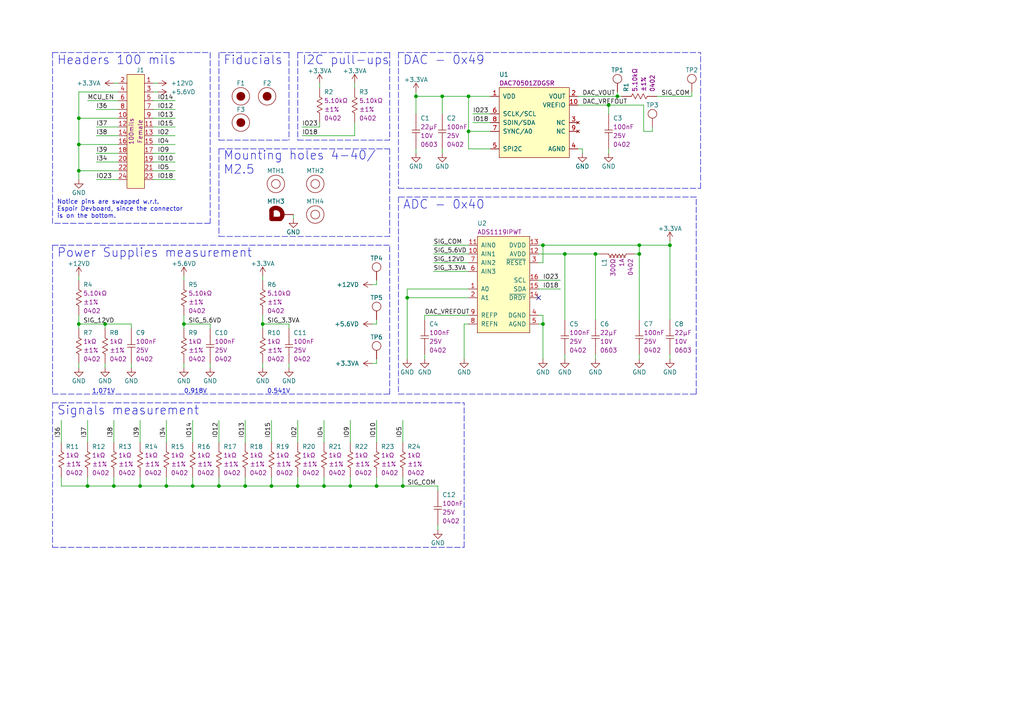
<source format=kicad_sch>
(kicad_sch (version 20211123) (generator eeschema)
  (paper "A4")
  (title_block (title "${title}") (date "${year}-${month}-${day}") (rev "${rev}") (company "${company}") (comment 1 "${author}"))
  (junction (at 135.89 27.94))
  (junction (at 135.89 38.1))
  (junction (at 71.12 140.97))
  (junction (at 128.27 27.94))
  (junction (at 185.42 71.12))
  (junction (at 157.48 71.12))
  (junction (at 76.2 93.98))
  (junction (at 22.86 93.98))
  (junction (at 172.72 73.66))
  (junction (at 40.64 140.97))
  (junction (at 118.11 86.36))
  (junction (at 86.36 140.97))
  (junction (at 48.26 140.97))
  (junction (at 25.4 140.97))
  (junction (at 78.74 140.97))
  (junction (at 53.34 93.98))
  (junction (at 194.31 71.12))
  (junction (at 163.83 73.66))
  (junction (at 33.02 140.97))
  (junction (at 63.5 140.97))
  (junction (at 93.98 140.97))
  (junction (at 30.48 93.98))
  (junction (at 22.86 49.53))
  (junction (at 22.86 41.91))
  (junction (at 157.48 93.98))
  (junction (at 22.86 34.29))
  (junction (at 55.88 140.97))
  (junction (at 179.07 27.94))
  (junction (at 185.42 73.66))
  (junction (at 116.84 140.97))
  (junction (at 101.6 140.97))
  (junction (at 176.53 30.48))
  (junction (at 109.22 140.97))
  (junction (at 120.65 27.94))
  (no_connect (at 156.21 86.36))
  (wire (pts (xy 109.22 104.14) (xy 109.22 105.41)))
  (wire (pts (xy 179.07 27.94) (xy 180.34 27.94)))
  (wire (pts (xy 44.45 29.21) (xy 50.8 29.21)))
  (wire (pts (xy 27.94 39.37) (xy 34.29 39.37)))
  (wire (pts (xy 134.62 93.98) (xy 134.62 104.14)))
  (wire (pts (xy 78.74 121.92) (xy 78.74 128.27)))
  (wire (pts (xy 53.34 91.44) (xy 53.34 93.98)))
  (wire (pts (xy 107.95 105.41) (xy 109.22 105.41)))
  (wire (pts (xy 116.84 121.92) (xy 116.84 128.27)))
  (wire (pts (xy 109.22 138.43) (xy 109.22 140.97)))
  (wire (pts (xy 156.21 71.12) (xy 157.48 71.12)))
  (wire (pts (xy 137.16 33.02) (xy 142.24 33.02)))
  (wire (pts (xy 167.64 30.48) (xy 176.53 30.48)))
  (wire (pts (xy 156.21 81.28) (xy 162.56 81.28)))
  (wire (pts (xy 156.21 91.44) (xy 157.48 91.44)))
  (wire (pts (xy 33.02 24.13) (xy 34.29 24.13)))
  (wire (pts (xy 190.5 27.94) (xy 200.66 27.94)))
  (wire (pts (xy 87.63 39.37) (xy 102.87 39.37)))
  (wire (pts (xy 22.86 105.41) (xy 22.86 106.68)))
  (wire (pts (xy 184.15 73.66) (xy 185.42 73.66)))
  (wire (pts (xy 27.94 31.75) (xy 34.29 31.75)))
  (wire (pts (xy 92.71 24.13) (xy 92.71 25.4)))
  (polyline (pts (xy 86.36 40.64) (xy 113.03 40.64)))
  (wire (pts (xy 137.16 35.56) (xy 142.24 35.56)))
  (wire (pts (xy 135.89 38.1) (xy 142.24 38.1)))
  (wire (pts (xy 107.95 82.55) (xy 109.22 82.55)))
  (wire (pts (xy 172.72 73.66) (xy 173.99 73.66)))
  (polyline (pts (xy 63.5 15.24) (xy 63.5 40.64)))
  (wire (pts (xy 22.86 49.53) (xy 34.29 49.53)))
  (polyline (pts (xy 203.2 54.61) (xy 203.2 15.24)))
  (polyline (pts (xy 201.93 114.3) (xy 201.93 57.15)))
  (polyline (pts (xy 15.24 15.24) (xy 15.24 64.77)))
  (wire (pts (xy 102.87 24.13) (xy 102.87 25.4)))
  (wire (pts (xy 44.45 39.37) (xy 50.8 39.37)))
  (wire (pts (xy 128.27 27.94) (xy 120.65 27.94)))
  (polyline (pts (xy 113.03 114.3) (xy 113.03 71.12)))
  (wire (pts (xy 156.21 83.82) (xy 162.56 83.82)))
  (wire (pts (xy 22.86 49.53) (xy 22.86 41.91)))
  (wire (pts (xy 135.89 38.1) (xy 135.89 27.94)))
  (wire (pts (xy 38.1 105.41) (xy 38.1 106.68)))
  (wire (pts (xy 48.26 138.43) (xy 48.26 140.97)))
  (wire (pts (xy 44.45 49.53) (xy 50.8 49.53)))
  (wire (pts (xy 33.02 138.43) (xy 33.02 140.97)))
  (wire (pts (xy 40.64 121.92) (xy 40.64 128.27)))
  (wire (pts (xy 120.65 27.94) (xy 120.65 33.02)))
  (wire (pts (xy 76.2 80.01) (xy 76.2 81.28)))
  (wire (pts (xy 38.1 93.98) (xy 38.1 95.25)))
  (wire (pts (xy 156.21 76.2) (xy 157.48 76.2)))
  (wire (pts (xy 109.22 140.97) (xy 116.84 140.97)))
  (wire (pts (xy 128.27 27.94) (xy 128.27 33.02)))
  (polyline (pts (xy 60.96 64.77) (xy 15.24 64.77)))
  (wire (pts (xy 125.73 78.74) (xy 135.89 78.74)))
  (wire (pts (xy 63.5 140.97) (xy 71.12 140.97)))
  (wire (pts (xy 27.94 44.45) (xy 34.29 44.45)))
  (wire (pts (xy 22.86 34.29) (xy 22.86 26.67)))
  (wire (pts (xy 156.21 73.66) (xy 163.83 73.66)))
  (polyline (pts (xy 113.03 15.24) (xy 86.36 15.24)))
  (polyline (pts (xy 115.57 15.24) (xy 203.2 15.24)))
  (polyline (pts (xy 15.24 71.12) (xy 15.24 114.3)))
  (wire (pts (xy 27.94 46.99) (xy 34.29 46.99)))
  (wire (pts (xy 194.31 69.85) (xy 194.31 71.12)))
  (polyline (pts (xy 15.24 71.12) (xy 113.03 71.12)))
  (wire (pts (xy 186.69 38.1) (xy 186.69 30.48)))
  (wire (pts (xy 27.94 52.07) (xy 34.29 52.07)))
  (wire (pts (xy 157.48 93.98) (xy 157.48 104.14)))
  (wire (pts (xy 172.72 92.71) (xy 172.72 73.66)))
  (wire (pts (xy 127 140.97) (xy 127 142.24)))
  (wire (pts (xy 135.89 86.36) (xy 118.11 86.36)))
  (wire (pts (xy 168.91 43.18) (xy 168.91 44.45)))
  (wire (pts (xy 55.88 121.92) (xy 55.88 128.27)))
  (wire (pts (xy 194.31 92.71) (xy 194.31 71.12)))
  (wire (pts (xy 125.73 71.12) (xy 135.89 71.12)))
  (wire (pts (xy 135.89 43.18) (xy 142.24 43.18)))
  (wire (pts (xy 53.34 93.98) (xy 53.34 95.25)))
  (wire (pts (xy 22.86 91.44) (xy 22.86 93.98)))
  (polyline (pts (xy 134.62 158.75) (xy 134.62 116.84)))
  (polyline (pts (xy 83.82 15.24) (xy 83.82 40.64)))
  (wire (pts (xy 125.73 73.66) (xy 135.89 73.66)))
  (wire (pts (xy 116.84 140.97) (xy 127 140.97)))
  (polyline (pts (xy 113.03 43.18) (xy 113.03 68.58)))
  (wire (pts (xy 185.42 73.66) (xy 185.42 92.71)))
  (wire (pts (xy 125.73 76.2) (xy 135.89 76.2)))
  (wire (pts (xy 17.78 121.92) (xy 17.78 128.27)))
  (polyline (pts (xy 86.36 15.24) (xy 86.36 40.64)))
  (wire (pts (xy 176.53 43.18) (xy 176.53 44.45)))
  (wire (pts (xy 40.64 138.43) (xy 40.64 140.97)))
  (polyline (pts (xy 15.24 15.24) (xy 60.96 15.24)))
  (wire (pts (xy 25.4 140.97) (xy 33.02 140.97)))
  (wire (pts (xy 55.88 140.97) (xy 63.5 140.97)))
  (wire (pts (xy 123.19 91.44) (xy 135.89 91.44)))
  (wire (pts (xy 71.12 121.92) (xy 71.12 128.27)))
  (polyline (pts (xy 15.24 114.3) (xy 113.03 114.3)))
  (wire (pts (xy 101.6 121.92) (xy 101.6 128.27)))
  (wire (pts (xy 157.48 91.44) (xy 157.48 93.98)))
  (wire (pts (xy 44.45 31.75) (xy 50.8 31.75)))
  (wire (pts (xy 53.34 105.41) (xy 53.34 106.68)))
  (wire (pts (xy 123.19 91.44) (xy 123.19 92.71)))
  (wire (pts (xy 53.34 93.98) (xy 60.96 93.98)))
  (wire (pts (xy 44.45 44.45) (xy 50.8 44.45)))
  (wire (pts (xy 22.86 34.29) (xy 22.86 41.91)))
  (wire (pts (xy 17.78 140.97) (xy 25.4 140.97)))
  (polyline (pts (xy 83.82 15.24) (xy 63.5 15.24)))
  (polyline (pts (xy 115.57 15.24) (xy 115.57 54.61)))
  (wire (pts (xy 76.2 105.41) (xy 76.2 106.68)))
  (wire (pts (xy 172.72 102.87) (xy 172.72 104.14)))
  (wire (pts (xy 22.86 34.29) (xy 34.29 34.29)))
  (wire (pts (xy 76.2 93.98) (xy 83.82 93.98)))
  (wire (pts (xy 120.65 43.18) (xy 120.65 44.45)))
  (polyline (pts (xy 115.57 57.15) (xy 115.57 114.3)))
  (wire (pts (xy 93.98 121.92) (xy 93.98 128.27)))
  (wire (pts (xy 86.36 140.97) (xy 93.98 140.97)))
  (polyline (pts (xy 63.5 68.58) (xy 113.03 68.58)))
  (wire (pts (xy 163.83 73.66) (xy 163.83 92.71)))
  (wire (pts (xy 189.23 38.1) (xy 186.69 38.1)))
  (wire (pts (xy 17.78 138.43) (xy 17.78 140.97)))
  (wire (pts (xy 86.36 138.43) (xy 86.36 140.97)))
  (wire (pts (xy 101.6 138.43) (xy 101.6 140.97)))
  (polyline (pts (xy 201.93 57.15) (xy 115.57 57.15)))
  (polyline (pts (xy 63.5 40.64) (xy 83.82 40.64)))
  (wire (pts (xy 142.24 27.94) (xy 135.89 27.94)))
  (wire (pts (xy 120.65 26.67) (xy 120.65 27.94)))
  (wire (pts (xy 44.45 52.07) (xy 50.8 52.07)))
  (wire (pts (xy 44.45 46.99) (xy 50.8 46.99)))
  (wire (pts (xy 93.98 138.43) (xy 93.98 140.97)))
  (polyline (pts (xy 15.24 158.75) (xy 134.62 158.75)))
  (wire (pts (xy 156.21 93.98) (xy 157.48 93.98)))
  (wire (pts (xy 200.66 26.67) (xy 200.66 27.94)))
  (wire (pts (xy 78.74 138.43) (xy 78.74 140.97)))
  (wire (pts (xy 92.71 35.56) (xy 92.71 36.83)))
  (wire (pts (xy 123.19 102.87) (xy 123.19 104.14)))
  (wire (pts (xy 167.64 43.18) (xy 168.91 43.18)))
  (wire (pts (xy 71.12 140.97) (xy 78.74 140.97)))
  (wire (pts (xy 22.86 26.67) (xy 34.29 26.67)))
  (polyline (pts (xy 15.24 116.84) (xy 134.62 116.84)))
  (wire (pts (xy 172.72 73.66) (xy 163.83 73.66)))
  (wire (pts (xy 44.45 41.91) (xy 50.8 41.91)))
  (wire (pts (xy 135.89 93.98) (xy 134.62 93.98)))
  (wire (pts (xy 194.31 102.87) (xy 194.31 104.14)))
  (wire (pts (xy 60.96 93.98) (xy 60.96 95.25)))
  (wire (pts (xy 127 152.4) (xy 127 153.67)))
  (wire (pts (xy 102.87 35.56) (xy 102.87 39.37)))
  (wire (pts (xy 176.53 30.48) (xy 176.53 33.02)))
  (wire (pts (xy 107.95 93.98) (xy 109.22 93.98)))
  (polyline (pts (xy 63.5 43.18) (xy 63.5 68.58)))
  (wire (pts (xy 118.11 86.36) (xy 118.11 104.14)))
  (wire (pts (xy 118.11 83.82) (xy 118.11 86.36)))
  (wire (pts (xy 22.86 80.01) (xy 22.86 81.28)))
  (wire (pts (xy 25.4 121.92) (xy 25.4 128.27)))
  (wire (pts (xy 22.86 49.53) (xy 22.86 52.07)))
  (wire (pts (xy 167.64 27.94) (xy 179.07 27.94)))
  (wire (pts (xy 116.84 138.43) (xy 116.84 140.97)))
  (wire (pts (xy 185.42 102.87) (xy 185.42 104.14)))
  (wire (pts (xy 83.82 105.41) (xy 83.82 106.68)))
  (wire (pts (xy 87.63 36.83) (xy 92.71 36.83)))
  (wire (pts (xy 83.82 93.98) (xy 83.82 95.25)))
  (wire (pts (xy 30.48 93.98) (xy 38.1 93.98)))
  (wire (pts (xy 44.45 36.83) (xy 50.8 36.83)))
  (wire (pts (xy 135.89 83.82) (xy 118.11 83.82)))
  (wire (pts (xy 85.09 62.23) (xy 85.09 63.5)))
  (wire (pts (xy 63.5 121.92) (xy 63.5 128.27)))
  (wire (pts (xy 76.2 93.98) (xy 76.2 95.25)))
  (wire (pts (xy 63.5 138.43) (xy 63.5 140.97)))
  (wire (pts (xy 86.36 121.92) (xy 86.36 128.27)))
  (wire (pts (xy 128.27 43.18) (xy 128.27 44.45)))
  (wire (pts (xy 157.48 71.12) (xy 157.48 76.2)))
  (wire (pts (xy 44.45 34.29) (xy 50.8 34.29)))
  (polyline (pts (xy 15.24 116.84) (xy 15.24 158.75)))
  (wire (pts (xy 163.83 102.87) (xy 163.83 104.14)))
  (wire (pts (xy 93.98 140.97) (xy 101.6 140.97)))
  (wire (pts (xy 101.6 140.97) (xy 109.22 140.97)))
  (wire (pts (xy 22.86 93.98) (xy 30.48 93.98)))
  (wire (pts (xy 109.22 121.92) (xy 109.22 128.27)))
  (polyline (pts (xy 63.5 43.18) (xy 113.03 43.18)))
  (wire (pts (xy 25.4 29.21) (xy 34.29 29.21)))
  (wire (pts (xy 157.48 71.12) (xy 185.42 71.12)))
  (wire (pts (xy 60.96 105.41) (xy 60.96 106.68)))
  (wire (pts (xy 40.64 140.97) (xy 48.26 140.97)))
  (wire (pts (xy 33.02 121.92) (xy 33.02 128.27)))
  (polyline (pts (xy 115.57 54.61) (xy 203.2 54.61)))
  (wire (pts (xy 76.2 91.44) (xy 76.2 93.98)))
  (wire (pts (xy 44.45 26.67) (xy 45.72 26.67)))
  (wire (pts (xy 22.86 41.91) (xy 34.29 41.91)))
  (wire (pts (xy 194.31 71.12) (xy 185.42 71.12)))
  (wire (pts (xy 109.22 82.55) (xy 109.22 81.28)))
  (polyline (pts (xy 115.57 114.3) (xy 201.93 114.3)))
  (wire (pts (xy 48.26 140.97) (xy 55.88 140.97)))
  (wire (pts (xy 48.26 121.92) (xy 48.26 128.27)))
  (wire (pts (xy 109.22 92.71) (xy 109.22 93.98)))
  (wire (pts (xy 45.72 24.13) (xy 44.45 24.13)))
  (wire (pts (xy 53.34 80.01) (xy 53.34 81.28)))
  (wire (pts (xy 22.86 95.25) (xy 22.86 93.98)))
  (polyline (pts (xy 60.96 15.24) (xy 60.96 64.77)))
  (wire (pts (xy 78.74 140.97) (xy 86.36 140.97)))
  (wire (pts (xy 25.4 138.43) (xy 25.4 140.97)))
  (wire (pts (xy 186.69 30.48) (xy 176.53 30.48)))
  (wire (pts (xy 30.48 105.41) (xy 30.48 106.68)))
  (wire (pts (xy 128.27 27.94) (xy 135.89 27.94)))
  (polyline (pts (xy 113.03 15.24) (xy 113.03 40.64)))
  (wire (pts (xy 135.89 43.18) (xy 135.89 38.1)))
  (wire (pts (xy 33.02 140.97) (xy 40.64 140.97)))
  (wire (pts (xy 185.42 71.12) (xy 185.42 73.66)))
  (wire (pts (xy 179.07 26.67) (xy 179.07 27.94)))
  (wire (pts (xy 30.48 93.98) (xy 30.48 95.25)))
  (wire (pts (xy 55.88 138.43) (xy 55.88 140.97)))
  (wire (pts (xy 189.23 36.83) (xy 189.23 38.1)))
  (wire (pts (xy 27.94 36.83) (xy 34.29 36.83)))
  (wire (pts (xy 71.12 138.43) (xy 71.12 140.97)))
  (text "0.918V" (at 53.34 114.3 0) (effects (font (size 1.27 1.27)) (justify left bottom)))
  (text "Fiducials" (at 64.77 19.05 0) (effects (font (size 2.54 2.54)) (justify left bottom)))
  (text "ADC - 0x40" (at 116.84 60.96 0) (effects (font (size 2.54 2.54)) (justify left bottom)))
  (text "Mounting holes 4-40/\nM2.5" (at 64.77 50.8 0) (effects (font (size 2.54 2.54)) (justify left bottom)))
  (text "Headers 100 mils" (at 16.51 19.05 0) (effects (font (size 2.54 2.54)) (justify left bottom)))
  (text "Notice pins are swapped w.r.t. \nEspoir Devboard, since the connector \nis on the bottom." (at 16.51 63.5 0) (effects (font (size 1.27 1.27)) (justify left bottom)))
  (text "1.071V" (at 26.67 114.3 0) (effects (font (size 1.27 1.27)) (justify left bottom)))
  (text "I2C pull-ups" (at 87.63 19.05 0) (effects (font (size 2.54 2.54)) (justify left bottom)))
  (text "DAC - 0x49" (at 116.84 19.05 0) (effects (font (size 2.54 2.54)) (justify left bottom)))
  (text "Power Supplies measurement" (at 16.51 74.93 0) (effects (font (size 2.54 2.54)) (justify left bottom)))
  (text "Signals measurement" (at 16.51 120.65 0) (effects (font (size 2.54 2.54)) (justify left bottom)))
  (text "0.541V" (at 77.47 114.3 0) (effects (font (size 1.27 1.27)) (justify left bottom)))
  (label "IO5" (at 116.84 127 90))
  (label "IO12" (at 63.5 127 90))
  (label "SIG_5.6VD" (at 54.61 93.98 0))
  (label "I37" (at 25.4 127 90))
  (label "I38" (at 27.94 39.37 0))
  (label "IO4" (at 93.98 127 90))
  (label "DAC_VREFOUT" (at 123.19 91.44 0))
  (label "IO9" (at 45.72 44.45 0))
  (label "IO4" (at 45.72 41.91 0))
  (label "SIG_COM" (at 118.11 140.97 0))
  (label "IO14" (at 45.72 29.21 0))
  (label "I39" (at 27.94 44.45 0))
  (label "IO18" (at 45.72 52.07 0))
  (label "IO23" (at 157.48 81.28 0))
  (label "IO18" (at 87.63 39.37 0))
  (label "IO14" (at 55.88 127 90))
  (label "IO2" (at 86.36 127 90))
  (label "IO15" (at 45.72 36.83 0))
  (label "IO13" (at 45.72 34.29 0))
  (label "IO12" (at 45.72 31.75 0))
  (label "IO18" (at 157.48 83.82 0))
  (label "SIG_COM" (at 125.73 71.12 0))
  (label "MCU_EN" (at 25.4 29.21 0))
  (label "IO2" (at 45.72 39.37 0))
  (label "I36" (at 27.94 31.75 0))
  (label "IO15" (at 78.74 127 90))
  (label "SIG_5.6VD" (at 125.73 73.66 0))
  (label "I34" (at 27.94 46.99 0))
  (label "SIG_COM" (at 191.77 27.94 0))
  (label "IO10" (at 45.72 46.99 0))
  (label "IO13" (at 71.12 127 90))
  (label "SIG_3.3VA" (at 125.73 78.74 0))
  (label "DAC_VOUT" (at 168.91 27.94 0))
  (label "I34" (at 48.26 127 90))
  (label "I37" (at 27.94 36.83 0))
  (label "IO9" (at 101.6 127 90))
  (label "SIG_12VD" (at 125.73 76.2 0))
  (label "IO10" (at 109.22 127 90))
  (label "IO23" (at 137.16 33.02 0))
  (label "I36" (at 17.78 127 90))
  (label "I39" (at 40.64 127 90))
  (label "IO18" (at 137.16 35.56 0))
  (label "DAC_VREFOUT" (at 168.91 30.48 0))
  (label "SIG_3.3VA" (at 77.47 93.98 0))
  (label "IO23" (at 87.63 36.83 0))
  (label "IO23" (at 27.94 52.07 0))
  (label "I38" (at 33.02 127 90))
  (label "SIG_12VD" (at 24.13 93.98 0))
  (label "IO5" (at 45.72 49.53 0))
  (symbol (lib_id "connaxio-capacitors:CAP_CER_100NF_25V_0402") (at 38.1 100.33 0) (unit 1)
    (property "Reference" "C9" (at 39.37 96.52 0) (effects (justify left)))
    (property "Value" "CAP_CER_100NF_25V_0402" (effects hide))
    (property "Footprint" "connaxio-capacitors:CAP_CER_0402_1005M" (effects hide))
    (property "Datasheet" "https://media.digikey.com/pdf/Data%20Sheets/Samsung%20PDFs/CL05A104KA5NNNC.pdf" (effects hide))
    (property "Property" "100nF" (at 39.37 99.06 0) (effects (justify left)))
    (property "Manufacturer" "Samsung Electro-Mechanics" (effects hide))
    (property "Manufacturer Part Number" "CL05A104KA5NNNC" (effects hide))
    (property "Package" "0402" (at 39.37 104.14 0) (effects (justify left)))
    (property "Polarized" "No" (effects hide))
    (property "Temperature" "-55°C to +85°C" (effects hide))
    (property "Tolerance" "±10%" (effects hide))
    (property "Voltage" "25V" (at 39.37 101.6 0) (effects (justify left)))
  )
  (symbol (lib_id "connaxio-resistors:RES_5.10KΩ_1%_0402") (at 76.2 86.36 0) (unit 1)
    (property "Reference" "R6" (at 77.47 82.55 0) (effects (justify left)))
    (property "Value" "RES_5.10KΩ_1%_0402" (effects hide))
    (property "Footprint" "connaxio-resistors:RES_0402_1005M" (effects hide))
    (property "Datasheet" "https://www.seielect.com/catalog/sei-rmcf_rmcp.pdf" (effects hide))
    (property "Manufacturer" "Stackpole Electronics Inc" (effects hide))
    (property "Manufacturer Part Number" "RMCF0402FT5K10" (effects hide))
    (property "Package" "0402" (at 77.47 90.17 0) (effects (justify left)))
    (property "Polarized" "No" (effects hide))
    (property "Power" "1/16W" (effects hide))
    (property "Property" "5.10kΩ" (at 77.47 85.09 0) (effects (justify left)))
    (property "Temperature" "-55°C to +155°C" (effects hide))
    (property "Tolerance" "±1%" (at 77.47 87.63 0) (effects (justify left)))
    (property "Voltage" "50V" (effects hide))
  )
  (symbol (lib_id "power:GND") (at 185.42 104.14 0) (unit 1)
    (property "Reference" "#PWR025" (effects hide))
    (property "Value" "GND" (at 185.42 107.95 0))
  )
  (symbol (lib_id "power:GND") (at 163.83 104.14 0) (unit 1)
    (property "Reference" "#PWR023" (effects hide))
    (property "Value" "GND" (at 163.83 107.95 0))
  )
  (symbol (lib_id "connaxio-capacitors:CAP_CER_22UF_10V_0603") (at 172.72 97.79 0) (unit 1)
    (property "Reference" "C6" (at 173.99 93.98 0) (effects (justify left)))
    (property "Value" "CAP_CER_22UF_10V_0603" (effects hide))
    (property "Footprint" "connaxio-capacitors:CAP_CER_0603_1608M" (effects hide))
    (property "Datasheet" "https://media.digikey.com/pdf/Data%20Sheets/Samsung%20PDFs/CL10A226MP8NUNC_Spec.pdf" (effects hide))
    (property "Property" "22µF" (at 173.99 96.52 0) (effects (justify left)))
    (property "Manufacturer" "Samsung Electro-Mechanics" (effects hide))
    (property "Manufacturer Part Number" "CL10A226MP8NUNE" (effects hide))
    (property "Package" "0603" (at 173.99 101.6 0) (effects (justify left)))
    (property "Polarized" "No" (effects hide))
    (property "Temperature" "-55°C to +85°C" (effects hide))
    (property "Tolerance" "±20%" (effects hide))
    (property "Voltage" "10V" (at 173.99 99.06 0) (effects (justify left)))
  )
  (symbol (lib_id "connaxio-resistors:RES_1.00KΩ_1%_0402") (at 116.84 133.35 0) (unit 1)
    (property "Reference" "R24" (at 118.11 129.54 0) (effects (justify left)))
    (property "Value" "RES_1.00KΩ_1%_0402" (effects hide))
    (property "Footprint" "connaxio-resistors:RES_0402_1005M" (effects hide))
    (property "Datasheet" "https://www.seielect.com/catalog/sei-rmcf_rmcp.pdf" (effects hide))
    (property "Manufacturer" "Stackpole Electronics Inc" (effects hide))
    (property "Manufacturer Part Number" "RMCF0402FT1K00" (effects hide))
    (property "Package" "0402" (at 118.11 137.16 0) (effects (justify left)))
    (property "Polarized" "No" (effects hide))
    (property "Power" "1/16W" (effects hide))
    (property "Property" "1kΩ" (at 118.11 132.08 0) (effects (justify left)))
    (property "Temperature" "-55°C to +155°C" (effects hide))
    (property "Tolerance" "±1%" (at 118.11 134.62 0) (effects (justify left)))
    (property "Voltage" "50V" (effects hide))
  )
  (symbol (lib_id "connaxio-resistors:RES_1.00KΩ_1%_0402") (at 25.4 133.35 0) (unit 1)
    (property "Reference" "R12" (at 26.67 129.54 0) (effects (justify left)))
    (property "Value" "RES_1.00KΩ_1%_0402" (effects hide))
    (property "Footprint" "connaxio-resistors:RES_0402_1005M" (effects hide))
    (property "Datasheet" "https://www.seielect.com/catalog/sei-rmcf_rmcp.pdf" (effects hide))
    (property "Manufacturer" "Stackpole Electronics Inc" (effects hide))
    (property "Manufacturer Part Number" "RMCF0402FT1K00" (effects hide))
    (property "Package" "0402" (at 26.67 137.16 0) (effects (justify left)))
    (property "Polarized" "No" (effects hide))
    (property "Power" "1/16W" (effects hide))
    (property "Property" "1kΩ" (at 26.67 132.08 0) (effects (justify left)))
    (property "Temperature" "-55°C to +155°C" (effects hide))
    (property "Tolerance" "±1%" (at 26.67 134.62 0) (effects (justify left)))
    (property "Voltage" "50V" (effects hide))
  )
  (symbol (lib_id "connaxio-capacitors:CAP_CER_100NF_25V_0402") (at 185.42 97.79 0) (unit 1)
    (property "Reference" "C7" (at 186.69 93.98 0) (effects (justify left)))
    (property "Value" "CAP_CER_100NF_25V_0402" (effects hide))
    (property "Footprint" "connaxio-capacitors:CAP_CER_0402_1005M" (effects hide))
    (property "Datasheet" "https://media.digikey.com/pdf/Data%20Sheets/Samsung%20PDFs/CL05A104KA5NNNC.pdf" (effects hide))
    (property "Property" "100nF" (at 186.69 96.52 0) (effects (justify left)))
    (property "Manufacturer" "Samsung Electro-Mechanics" (effects hide))
    (property "Manufacturer Part Number" "CL05A104KA5NNNC" (effects hide))
    (property "Package" "0402" (at 186.69 101.6 0) (effects (justify left)))
    (property "Polarized" "No" (effects hide))
    (property "Temperature" "-55°C to +85°C" (effects hide))
    (property "Tolerance" "±10%" (effects hide))
    (property "Voltage" "25V" (at 186.69 99.06 0) (effects (justify left)))
  )
  (symbol (lib_id "connaxio-resistors:RES_1.00KΩ_1%_0402") (at 33.02 133.35 0) (unit 1)
    (property "Reference" "R13" (at 34.29 129.54 0) (effects (justify left)))
    (property "Value" "RES_1.00KΩ_1%_0402" (effects hide))
    (property "Footprint" "connaxio-resistors:RES_0402_1005M" (effects hide))
    (property "Datasheet" "https://www.seielect.com/catalog/sei-rmcf_rmcp.pdf" (effects hide))
    (property "Manufacturer" "Stackpole Electronics Inc" (effects hide))
    (property "Manufacturer Part Number" "RMCF0402FT1K00" (effects hide))
    (property "Package" "0402" (at 34.29 137.16 0) (effects (justify left)))
    (property "Polarized" "No" (effects hide))
    (property "Power" "1/16W" (effects hide))
    (property "Property" "1kΩ" (at 34.29 132.08 0) (effects (justify left)))
    (property "Temperature" "-55°C to +155°C" (effects hide))
    (property "Tolerance" "±1%" (at 34.29 134.62 0) (effects (justify left)))
    (property "Voltage" "50V" (effects hide))
  )
  (symbol (lib_id "connaxio-ic:DAC_DAC70501ZDGSR") (at 144.78 25.4 0) (unit 1)
    (property "Reference" "U1" (at 144.78 21.59 0) (effects (justify left)))
    (property "Value" "DAC_DAC70501ZDGSR" (effects hide))
    (property "Footprint" "connaxio-sop:MSOP-10_3x3_P0.5" (effects hide))
    (property "Datasheet" "https://www.ti.com/general/docs/suppproductinfo.tsp?distId=10&gotoUrl=https%3A%2F%2Fwww.ti.com%2Flit%2Fgpn%2Fdac60501" (effects hide))
    (property "Current" "1mA" (effects hide))
    (property "Manufacturer" "Texas Instruments" (effects hide))
    (property "Manufacturer Part Number" "DAC70501ZDGSR" (at 144.78 24.13 0) (effects (justify left)))
    (property "Package" "10-MSOP" (effects hide))
    (property "Polarized" "Yes" (effects hide))
    (property "Power" "3.3mW" (effects hide))
    (property "RoHS" "Yes" (effects hide))
    (property "Temperature" "-40°C to +125°C" (effects hide))
    (property "Voltage" "2.7V to 5.5V" (effects hide))
  )
  (symbol (lib_id "connaxio-ic:ADC_ADS1119IPWT") (at 138.43 68.58 0) (unit 1)
    (property "Reference" "U2" (at 138.43 64.77 0) (effects (justify left)))
    (property "Value" "ADC_ADS1119IPWT" (effects hide))
    (property "Footprint" "connaxio-sop:TSSOP-16_4.4x5_P0.65" (effects hide))
    (property "Datasheet" "https://www.ti.com/lit/ds/symlink/ads1119.pdf?HQS=dis-dk-null-digikeymode-dsf-pf-null-wwe&ts=1642808460999&ref_url=https%253A%252F%252Fwww.ti.com%252Fgeneral%252Fdocs%252Fsuppproductinfo.tsp%253FdistId%253D10%2526gotoUrl%253Dhttps%253A%252F%252Fwww.ti.com%252Flit%252Fgpn%252Fads1119" (effects hide))
    (property "Current" "310μA" (effects hide))
    (property "Manufacturer" "Texas Instruments" (effects hide))
    (property "Manufacturer Part Number" "ADS1119IPWT" (at 138.43 67.31 0) (effects (justify left)))
    (property "Package" "16-TSSOP" (effects hide))
    (property "Polarized" "Yes" (effects hide))
    (property "Power" "1.04mW" (effects hide))
    (property "RoHS" "Yes" (effects hide))
    (property "Temperature" "-40°C to +125°C" (effects hide))
    (property "Voltage" "2.3V to 5.5V" (effects hide))
  )
  (symbol (lib_id "power:GND") (at 172.72 104.14 0) (unit 1)
    (property "Reference" "#PWR024" (effects hide))
    (property "Value" "GND" (at 172.72 107.95 0))
  )
  (symbol (lib_id "power:GND") (at 83.82 106.68 0) (unit 1)
    (property "Reference" "#PWR034" (effects hide))
    (property "Value" "GND" (at 83.82 110.49 0))
  )
  (symbol (lib_id "power:GND") (at 168.91 44.45 0) (unit 1)
    (property "Reference" "#PWR09" (effects hide))
    (property "Value" "GND" (at 168.91 48.26 0))
  )
  (symbol (lib_id "connaxio-mechanical:MTH_M2.5_NPTH") (at 91.44 62.23 0) (unit 1) (in_bom no)
    (property "Reference" "MTH4" (at 91.44 58.42 0))
    (property "Value" "MTH_M2.5_NPTH" (effects hide))
    (property "Footprint" "connaxio-mechanical:MTH_M2.5_NPTH" (effects hide))
    (property "Property" "2.7mm" (effects hide))
  )
  (symbol (lib_id "connaxio-connectors:CON_HDR_100MILS_F_TH_2X12") (at 41.91 21.59 0) (mirror y) (unit 1)
    (property "Reference" "J1" (at 41.91 20.32 0) (effects (justify left)))
    (property "Value" "CON_HDR_100MILS_F_TH_2X12" (effects hide))
    (property "Footprint" "connaxio-connectors:CON_HDR_100MILS_F_TH_2X12" (effects hide))
    (property "Current" "3A" (effects hide))
    (property "Polarized" "No" (effects hide))
    (property "Temperature" "-40°C to +105°C" (effects hide))
    (property "Property" "100mils" (at 38.1 38.1 90))
    (property "Voltage" "350V" (effects hide))
    (property "Note" "Female" (at 40.64 38.1 90))
    (property "Package" "TH" (effects hide))
  )
  (symbol (lib_id "connaxio-inductors:FER_300Ω_1A_0402") (at 179.07 73.66 90) (mirror x) (unit 1)
    (property "Reference" "L1" (at 175.26 74.93 0) (effects (justify left)))
    (property "Value" "FER_300Ω_1A_0402" (effects hide))
    (property "Footprint" "connaxio-inductors:IND_0402_1005M" (effects hide))
    (property "Datasheet" "https://abracon.com/Magnetics/chips/ACML-0402HC.pdf" (effects hide))
    (property "Manufacturer" "Abracon LLC" (effects hide))
    (property "Manufacturer Part Number" "ACML-0402HC-301-T" (effects hide))
    (property "Temperature" "-55°C to +125°C" (effects hide))
    (property "Current" "1A" (at 180.34 74.93 0) (effects (justify left)))
    (property "Property" "300Ω" (at 177.8 74.93 0) (effects (justify left)))
    (property "Package" "0402" (at 182.88 74.93 0) (effects (justify left)))
    (property "Polarized" "No" (effects hide))
  )
  (symbol (lib_id "connaxio-resistors:RES_1.00KΩ_1%_0402") (at 22.86 100.33 0) (unit 1)
    (property "Reference" "R7" (at 24.13 96.52 0) (effects (justify left)))
    (property "Value" "RES_1.00KΩ_1%_0402" (effects hide))
    (property "Footprint" "connaxio-resistors:RES_0402_1005M" (effects hide))
    (property "Datasheet" "https://www.seielect.com/catalog/sei-rmcf_rmcp.pdf" (effects hide))
    (property "Manufacturer" "Stackpole Electronics Inc" (effects hide))
    (property "Manufacturer Part Number" "RMCF0402FT1K00" (effects hide))
    (property "Package" "0402" (at 24.13 104.14 0) (effects (justify left)))
    (property "Polarized" "No" (effects hide))
    (property "Power" "1/16W" (effects hide))
    (property "Property" "1kΩ" (at 24.13 99.06 0) (effects (justify left)))
    (property "Temperature" "-55°C to +155°C" (effects hide))
    (property "Tolerance" "±1%" (at 24.13 101.6 0) (effects (justify left)))
    (property "Voltage" "50V" (effects hide))
  )
  (symbol (lib_id "connaxio-resistors:RES_1.00KΩ_1%_0402") (at 71.12 133.35 0) (unit 1)
    (property "Reference" "R18" (at 72.39 129.54 0) (effects (justify left)))
    (property "Value" "RES_1.00KΩ_1%_0402" (effects hide))
    (property "Footprint" "connaxio-resistors:RES_0402_1005M" (effects hide))
    (property "Datasheet" "https://www.seielect.com/catalog/sei-rmcf_rmcp.pdf" (effects hide))
    (property "Manufacturer" "Stackpole Electronics Inc" (effects hide))
    (property "Manufacturer Part Number" "RMCF0402FT1K00" (effects hide))
    (property "Package" "0402" (at 72.39 137.16 0) (effects (justify left)))
    (property "Polarized" "No" (effects hide))
    (property "Power" "1/16W" (effects hide))
    (property "Property" "1kΩ" (at 72.39 132.08 0) (effects (justify left)))
    (property "Temperature" "-55°C to +155°C" (effects hide))
    (property "Tolerance" "±1%" (at 72.39 134.62 0) (effects (justify left)))
    (property "Voltage" "50V" (effects hide))
  )
  (symbol (lib_id "connaxio-mechanical:TEST_POINT_ROUND_2MM") (at 109.22 81.28 0) (unit 1) (in_bom no)
    (property "Reference" "TP4" (at 109.22 74.93 0))
    (property "Value" "TEST_POINT_ROUND_2MM" (effects hide))
    (property "Footprint" "connaxio-mechanical:TEST_POINT_ROUND_2MM" (effects hide))
  )
  (symbol (lib_id "connaxio-power:+5.6VD") (at 45.72 26.67 270) (unit 1)
    (property "Reference" "#PWR05" (effects hide))
    (property "Value" "+5.6VD" (at 49.53 26.67 90) (effects (justify left)))
  )
  (symbol (lib_id "connaxio-power:+12VD") (at 107.95 82.55 90) (unit 1)
    (property "Reference" "#PWR017" (effects hide))
    (property "Value" "+12VD" (at 104.14 82.55 90) (effects (justify left)))
  )
  (symbol (lib_id "connaxio-mechanical:MTH_M2.5_NPTH") (at 91.44 53.34 0) (unit 1) (in_bom no)
    (property "Reference" "MTH2" (at 91.44 49.53 0))
    (property "Value" "MTH_M2.5_NPTH" (effects hide))
    (property "Footprint" "connaxio-mechanical:MTH_M2.5_NPTH" (effects hide))
    (property "Property" "2.7mm" (effects hide))
  )
  (symbol (lib_id "connaxio-mechanical:TEST_POINT_ROUND_2MM") (at 189.23 36.83 0) (unit 1) (in_bom no)
    (property "Reference" "TP3" (at 189.23 30.48 0))
    (property "Value" "TEST_POINT_ROUND_2MM" (effects hide))
    (property "Footprint" "connaxio-mechanical:TEST_POINT_ROUND_2MM" (effects hide))
  )
  (symbol (lib_id "power:GND") (at 176.53 44.45 0) (unit 1)
    (property "Reference" "#PWR010" (effects hide))
    (property "Value" "GND" (at 176.53 48.26 0))
  )
  (symbol (lib_id "connaxio-resistors:RES_1.00KΩ_1%_0402") (at 30.48 100.33 0) (unit 1)
    (property "Reference" "R8" (at 31.75 96.52 0) (effects (justify left)))
    (property "Value" "RES_1.00KΩ_1%_0402" (effects hide))
    (property "Footprint" "connaxio-resistors:RES_0402_1005M" (effects hide))
    (property "Datasheet" "https://www.seielect.com/catalog/sei-rmcf_rmcp.pdf" (effects hide))
    (property "Manufacturer" "Stackpole Electronics Inc" (effects hide))
    (property "Manufacturer Part Number" "RMCF0402FT1K00" (effects hide))
    (property "Package" "0402" (at 31.75 104.14 0) (effects (justify left)))
    (property "Polarized" "No" (effects hide))
    (property "Power" "1/16W" (effects hide))
    (property "Property" "1kΩ" (at 31.75 99.06 0) (effects (justify left)))
    (property "Temperature" "-55°C to +155°C" (effects hide))
    (property "Tolerance" "±1%" (at 31.75 101.6 0) (effects (justify left)))
    (property "Voltage" "50V" (effects hide))
  )
  (symbol (lib_id "power:GND") (at 53.34 106.68 0) (unit 1)
    (property "Reference" "#PWR031" (effects hide))
    (property "Value" "GND" (at 53.34 110.49 0))
  )
  (symbol (lib_id "connaxio-resistors:RES_5.10KΩ_1%_0402") (at 102.87 30.48 0) (unit 1)
    (property "Reference" "R3" (at 104.14 26.67 0) (effects (justify left)))
    (property "Value" "RES_5.10KΩ_1%_0402" (effects hide))
    (property "Footprint" "connaxio-resistors:RES_0402_1005M" (effects hide))
    (property "Datasheet" "https://www.seielect.com/catalog/sei-rmcf_rmcp.pdf" (effects hide))
    (property "Manufacturer" "Stackpole Electronics Inc" (effects hide))
    (property "Manufacturer Part Number" "RMCF0402FT5K10" (effects hide))
    (property "Package" "0402" (at 104.14 34.29 0) (effects (justify left)))
    (property "Polarized" "No" (effects hide))
    (property "Power" "1/16W" (effects hide))
    (property "Property" "5.10kΩ" (at 104.14 29.21 0) (effects (justify left)))
    (property "Temperature" "-55°C to +155°C" (effects hide))
    (property "Tolerance" "±1%" (at 104.14 31.75 0) (effects (justify left)))
    (property "Voltage" "50V" (effects hide))
  )
  (symbol (lib_id "connaxio-mechanical:FID_1X3") (at 69.85 27.94 0) (unit 1) (in_bom no)
    (property "Reference" "F1" (at 69.85 24.13 0))
    (property "Value" "FID_1X3" (effects hide))
    (property "Footprint" "connaxio-mechanical:FID_1X3" (effects hide))
  )
  (symbol (lib_id "connaxio-power:+12VD") (at 45.72 24.13 270) (unit 1)
    (property "Reference" "#PWR02" (effects hide))
    (property "Value" "+12VD" (at 49.53 24.13 90) (effects (justify left)))
  )
  (symbol (lib_id "power:GND") (at 128.27 44.45 0) (unit 1)
    (property "Reference" "#PWR08" (effects hide))
    (property "Value" "GND" (at 128.27 48.26 0))
  )
  (symbol (lib_id "connaxio-capacitors:CAP_CER_100NF_25V_0402") (at 128.27 38.1 0) (unit 1)
    (property "Reference" "C2" (at 129.54 34.29 0) (effects (justify left)))
    (property "Value" "CAP_CER_100NF_25V_0402" (effects hide))
    (property "Footprint" "connaxio-capacitors:CAP_CER_0402_1005M" (effects hide))
    (property "Datasheet" "https://media.digikey.com/pdf/Data%20Sheets/Samsung%20PDFs/CL05A104KA5NNNC.pdf" (effects hide))
    (property "Property" "100nF" (at 129.54 36.83 0) (effects (justify left)))
    (property "Manufacturer" "Samsung Electro-Mechanics" (effects hide))
    (property "Manufacturer Part Number" "CL05A104KA5NNNC" (effects hide))
    (property "Package" "0402" (at 129.54 41.91 0) (effects (justify left)))
    (property "Polarized" "No" (effects hide))
    (property "Temperature" "-55°C to +85°C" (effects hide))
    (property "Tolerance" "±10%" (effects hide))
    (property "Voltage" "25V" (at 129.54 39.37 0) (effects (justify left)))
  )
  (symbol (lib_id "power:+3.3VA") (at 107.95 105.41 90) (unit 1)
    (property "Reference" "#PWR027" (effects hide))
    (property "Value" "+3.3VA" (at 104.14 105.41 90) (effects (justify left)))
  )
  (symbol (lib_id "connaxio-capacitors:CAP_CER_22UF_10V_0603") (at 120.65 38.1 0) (unit 1)
    (property "Reference" "C1" (at 121.92 34.29 0) (effects (justify left)))
    (property "Value" "CAP_CER_22UF_10V_0603" (effects hide))
    (property "Footprint" "connaxio-capacitors:CAP_CER_0603_1608M" (effects hide))
    (property "Datasheet" "https://media.digikey.com/pdf/Data%20Sheets/Samsung%20PDFs/CL10A226MP8NUNC_Spec.pdf" (effects hide))
    (property "Property" "22µF" (at 121.92 36.83 0) (effects (justify left)))
    (property "Manufacturer" "Samsung Electro-Mechanics" (effects hide))
    (property "Manufacturer Part Number" "CL10A226MP8NUNE" (effects hide))
    (property "Package" "0603" (at 121.92 41.91 0) (effects (justify left)))
    (property "Polarized" "No" (effects hide))
    (property "Temperature" "-55°C to +85°C" (effects hide))
    (property "Tolerance" "±20%" (effects hide))
    (property "Voltage" "10V" (at 121.92 39.37 0) (effects (justify left)))
  )
  (symbol (lib_id "connaxio-mechanical:TEST_POINT_ROUND_2MM") (at 179.07 26.67 0) (unit 1) (in_bom no)
    (property "Reference" "TP1" (at 179.07 20.32 0))
    (property "Value" "TEST_POINT_ROUND_2MM" (effects hide))
    (property "Footprint" "connaxio-mechanical:TEST_POINT_ROUND_2MM" (effects hide))
  )
  (symbol (lib_id "power:GND") (at 30.48 106.68 0) (unit 1)
    (property "Reference" "#PWR029" (effects hide))
    (property "Value" "GND" (at 30.48 110.49 0))
  )
  (symbol (lib_id "connaxio-mechanical:TEST_POINT_ROUND_2MM") (at 109.22 92.71 0) (unit 1) (in_bom no)
    (property "Reference" "TP5" (at 109.22 86.36 0))
    (property "Value" "TEST_POINT_ROUND_2MM" (effects hide))
    (property "Footprint" "connaxio-mechanical:TEST_POINT_ROUND_2MM" (effects hide))
  )
  (symbol (lib_id "connaxio-power:+12VD") (at 22.86 80.01 0) (unit 1)
    (property "Reference" "#PWR014" (effects hide))
    (property "Value" "+12VD" (at 22.86 76.454 0))
  )
  (symbol (lib_id "connaxio-mechanical:FID_1X3") (at 77.47 27.94 0) (unit 1) (in_bom no)
    (property "Reference" "F2" (at 77.47 24.13 0))
    (property "Value" "FID_1X3" (effects hide))
    (property "Footprint" "connaxio-mechanical:FID_1X3" (effects hide))
  )
  (symbol (lib_id "connaxio-resistors:RES_5.10KΩ_1%_0402") (at 92.71 30.48 0) (unit 1)
    (property "Reference" "R2" (at 93.98 26.67 0) (effects (justify left)))
    (property "Value" "RES_5.10KΩ_1%_0402" (effects hide))
    (property "Footprint" "connaxio-resistors:RES_0402_1005M" (effects hide))
    (property "Datasheet" "https://www.seielect.com/catalog/sei-rmcf_rmcp.pdf" (effects hide))
    (property "Manufacturer" "Stackpole Electronics Inc" (effects hide))
    (property "Manufacturer Part Number" "RMCF0402FT5K10" (effects hide))
    (property "Package" "0402" (at 93.98 34.29 0) (effects (justify left)))
    (property "Polarized" "No" (effects hide))
    (property "Power" "1/16W" (effects hide))
    (property "Property" "5.10kΩ" (at 93.98 29.21 0) (effects (justify left)))
    (property "Temperature" "-55°C to +155°C" (effects hide))
    (property "Tolerance" "±1%" (at 93.98 31.75 0) (effects (justify left)))
    (property "Voltage" "50V" (effects hide))
  )
  (symbol (lib_id "power:GND") (at 127 153.67 0) (unit 1)
    (property "Reference" "#PWR035" (effects hide))
    (property "Value" "GND" (at 127 157.48 0))
  )
  (symbol (lib_id "connaxio-power:+5.6VD") (at 53.34 80.01 0) (unit 1)
    (property "Reference" "#PWR015" (effects hide))
    (property "Value" "+5.6VD" (at 53.34 76.454 0))
  )
  (symbol (lib_id "connaxio-resistors:RES_1.00KΩ_1%_0402") (at 76.2 100.33 0) (unit 1)
    (property "Reference" "R10" (at 77.47 96.52 0) (effects (justify left)))
    (property "Value" "RES_1.00KΩ_1%_0402" (effects hide))
    (property "Footprint" "connaxio-resistors:RES_0402_1005M" (effects hide))
    (property "Datasheet" "https://www.seielect.com/catalog/sei-rmcf_rmcp.pdf" (effects hide))
    (property "Manufacturer" "Stackpole Electronics Inc" (effects hide))
    (property "Manufacturer Part Number" "RMCF0402FT1K00" (effects hide))
    (property "Package" "0402" (at 77.47 104.14 0) (effects (justify left)))
    (property "Polarized" "No" (effects hide))
    (property "Power" "1/16W" (effects hide))
    (property "Property" "1kΩ" (at 77.47 99.06 0) (effects (justify left)))
    (property "Temperature" "-55°C to +155°C" (effects hide))
    (property "Tolerance" "±1%" (at 77.47 101.6 0) (effects (justify left)))
    (property "Voltage" "50V" (effects hide))
  )
  (symbol (lib_id "power:+3.3VA") (at 76.2 80.01 0) (unit 1)
    (property "Reference" "#PWR016" (effects hide))
    (property "Value" "+3.3VA" (at 76.2 76.454 0))
  )
  (symbol (lib_id "power:GND") (at 157.48 104.14 0) (unit 1)
    (property "Reference" "#PWR022" (effects hide))
    (property "Value" "GND" (at 157.48 107.95 0))
  )
  (symbol (lib_id "connaxio-resistors:RES_1.00KΩ_1%_0402") (at 53.34 100.33 0) (unit 1)
    (property "Reference" "R9" (at 54.61 96.52 0) (effects (justify left)))
    (property "Value" "RES_1.00KΩ_1%_0402" (effects hide))
    (property "Footprint" "connaxio-resistors:RES_0402_1005M" (effects hide))
    (property "Datasheet" "https://www.seielect.com/catalog/sei-rmcf_rmcp.pdf" (effects hide))
    (property "Manufacturer" "Stackpole Electronics Inc" (effects hide))
    (property "Manufacturer Part Number" "RMCF0402FT1K00" (effects hide))
    (property "Package" "0402" (at 54.61 104.14 0) (effects (justify left)))
    (property "Polarized" "No" (effects hide))
    (property "Power" "1/16W" (effects hide))
    (property "Property" "1kΩ" (at 54.61 99.06 0) (effects (justify left)))
    (property "Temperature" "-55°C to +155°C" (effects hide))
    (property "Tolerance" "±1%" (at 54.61 101.6 0) (effects (justify left)))
    (property "Voltage" "50V" (effects hide))
  )
  (symbol (lib_id "connaxio-power:+5.6VD") (at 107.95 93.98 90) (unit 1)
    (property "Reference" "#PWR018" (effects hide))
    (property "Value" "+5.6VD" (at 104.14 93.98 90) (effects (justify left)))
  )
  (symbol (lib_id "connaxio-resistors:RES_1.00KΩ_1%_0402") (at 55.88 133.35 0) (unit 1)
    (property "Reference" "R16" (at 57.15 129.54 0) (effects (justify left)))
    (property "Value" "RES_1.00KΩ_1%_0402" (effects hide))
    (property "Footprint" "connaxio-resistors:RES_0402_1005M" (effects hide))
    (property "Datasheet" "https://www.seielect.com/catalog/sei-rmcf_rmcp.pdf" (effects hide))
    (property "Manufacturer" "Stackpole Electronics Inc" (effects hide))
    (property "Manufacturer Part Number" "RMCF0402FT1K00" (effects hide))
    (property "Package" "0402" (at 57.15 137.16 0) (effects (justify left)))
    (property "Polarized" "No" (effects hide))
    (property "Power" "1/16W" (effects hide))
    (property "Property" "1kΩ" (at 57.15 132.08 0) (effects (justify left)))
    (property "Temperature" "-55°C to +155°C" (effects hide))
    (property "Tolerance" "±1%" (at 57.15 134.62 0) (effects (justify left)))
    (property "Voltage" "50V" (effects hide))
  )
  (symbol (lib_id "connaxio-mechanical:MTH_M2.5_NPTH") (at 80.01 53.34 0) (unit 1) (in_bom no)
    (property "Reference" "MTH1" (at 80.01 49.53 0))
    (property "Value" "MTH_M2.5_NPTH" (effects hide))
    (property "Footprint" "connaxio-mechanical:MTH_M2.5_NPTH" (effects hide))
    (property "Property" "2.7mm" (effects hide))
  )
  (symbol (lib_id "connaxio-capacitors:CAP_CER_100NF_25V_0402") (at 83.82 100.33 0) (unit 1)
    (property "Reference" "C11" (at 85.09 96.52 0) (effects (justify left)))
    (property "Value" "CAP_CER_100NF_25V_0402" (effects hide))
    (property "Footprint" "connaxio-capacitors:CAP_CER_0402_1005M" (effects hide))
    (property "Datasheet" "https://media.digikey.com/pdf/Data%20Sheets/Samsung%20PDFs/CL05A104KA5NNNC.pdf" (effects hide))
    (property "Property" "100nF" (at 85.09 99.06 0) (effects (justify left)))
    (property "Manufacturer" "Samsung Electro-Mechanics" (effects hide))
    (property "Manufacturer Part Number" "CL05A104KA5NNNC" (effects hide))
    (property "Package" "0402" (at 85.09 104.14 0) (effects (justify left)))
    (property "Polarized" "No" (effects hide))
    (property "Temperature" "-55°C to +85°C" (effects hide))
    (property "Tolerance" "±10%" (effects hide))
    (property "Voltage" "25V" (at 85.09 101.6 0) (effects (justify left)))
  )
  (symbol (lib_id "connaxio-resistors:RES_5.10KΩ_1%_0402") (at 22.86 86.36 0) (unit 1)
    (property "Reference" "R4" (at 24.13 82.55 0) (effects (justify left)))
    (property "Value" "RES_5.10KΩ_1%_0402" (effects hide))
    (property "Footprint" "connaxio-resistors:RES_0402_1005M" (effects hide))
    (property "Datasheet" "https://www.seielect.com/catalog/sei-rmcf_rmcp.pdf" (effects hide))
    (property "Manufacturer" "Stackpole Electronics Inc" (effects hide))
    (property "Manufacturer Part Number" "RMCF0402FT5K10" (effects hide))
    (property "Package" "0402" (at 24.13 90.17 0) (effects (justify left)))
    (property "Polarized" "No" (effects hide))
    (property "Power" "1/16W" (effects hide))
    (property "Property" "5.10kΩ" (at 24.13 85.09 0) (effects (justify left)))
    (property "Temperature" "-55°C to +155°C" (effects hide))
    (property "Tolerance" "±1%" (at 24.13 87.63 0) (effects (justify left)))
    (property "Voltage" "50V" (effects hide))
  )
  (symbol (lib_id "connaxio-resistors:RES_1.00KΩ_1%_0402") (at 86.36 133.35 0) (unit 1)
    (property "Reference" "R20" (at 87.63 129.54 0) (effects (justify left)))
    (property "Value" "RES_1.00KΩ_1%_0402" (effects hide))
    (property "Footprint" "connaxio-resistors:RES_0402_1005M" (effects hide))
    (property "Datasheet" "https://www.seielect.com/catalog/sei-rmcf_rmcp.pdf" (effects hide))
    (property "Manufacturer" "Stackpole Electronics Inc" (effects hide))
    (property "Manufacturer Part Number" "RMCF0402FT1K00" (effects hide))
    (property "Package" "0402" (at 87.63 137.16 0) (effects (justify left)))
    (property "Polarized" "No" (effects hide))
    (property "Power" "1/16W" (effects hide))
    (property "Property" "1kΩ" (at 87.63 132.08 0) (effects (justify left)))
    (property "Temperature" "-55°C to +155°C" (effects hide))
    (property "Tolerance" "±1%" (at 87.63 134.62 0) (effects (justify left)))
    (property "Voltage" "50V" (effects hide))
  )
  (symbol (lib_id "power:GND") (at 22.86 106.68 0) (unit 1)
    (property "Reference" "#PWR028" (effects hide))
    (property "Value" "GND" (at 22.86 110.49 0))
  )
  (symbol (lib_id "connaxio-mechanical:TEST_POINT_ROUND_2MM") (at 200.66 26.67 0) (unit 1) (in_bom no)
    (property "Reference" "TP2" (at 200.66 20.32 0))
    (property "Value" "TEST_POINT_ROUND_2MM" (effects hide))
    (property "Footprint" "connaxio-mechanical:TEST_POINT_ROUND_2MM" (effects hide))
  )
  (symbol (lib_id "power:GND") (at 38.1 106.68 0) (unit 1)
    (property "Reference" "#PWR030" (effects hide))
    (property "Value" "GND" (at 38.1 110.49 0))
  )
  (symbol (lib_id "connaxio-resistors:RES_1.00KΩ_1%_0402") (at 63.5 133.35 0) (unit 1)
    (property "Reference" "R17" (at 64.77 129.54 0) (effects (justify left)))
    (property "Value" "RES_1.00KΩ_1%_0402" (effects hide))
    (property "Footprint" "connaxio-resistors:RES_0402_1005M" (effects hide))
    (property "Datasheet" "https://www.seielect.com/catalog/sei-rmcf_rmcp.pdf" (effects hide))
    (property "Manufacturer" "Stackpole Electronics Inc" (effects hide))
    (property "Manufacturer Part Number" "RMCF0402FT1K00" (effects hide))
    (property "Package" "0402" (at 64.77 137.16 0) (effects (justify left)))
    (property "Polarized" "No" (effects hide))
    (property "Power" "1/16W" (effects hide))
    (property "Property" "1kΩ" (at 64.77 132.08 0) (effects (justify left)))
    (property "Temperature" "-55°C to +155°C" (effects hide))
    (property "Tolerance" "±1%" (at 64.77 134.62 0) (effects (justify left)))
    (property "Voltage" "50V" (effects hide))
  )
  (symbol (lib_id "connaxio-resistors:RES_1.00KΩ_1%_0402") (at 17.78 133.35 0) (unit 1)
    (property "Reference" "R11" (at 19.05 129.54 0) (effects (justify left)))
    (property "Value" "RES_1.00KΩ_1%_0402" (effects hide))
    (property "Footprint" "connaxio-resistors:RES_0402_1005M" (effects hide))
    (property "Datasheet" "https://www.seielect.com/catalog/sei-rmcf_rmcp.pdf" (effects hide))
    (property "Manufacturer" "Stackpole Electronics Inc" (effects hide))
    (property "Manufacturer Part Number" "RMCF0402FT1K00" (effects hide))
    (property "Package" "0402" (at 19.05 137.16 0) (effects (justify left)))
    (property "Polarized" "No" (effects hide))
    (property "Power" "1/16W" (effects hide))
    (property "Property" "1kΩ" (at 19.05 132.08 0) (effects (justify left)))
    (property "Temperature" "-55°C to +155°C" (effects hide))
    (property "Tolerance" "±1%" (at 19.05 134.62 0) (effects (justify left)))
    (property "Voltage" "50V" (effects hide))
  )
  (symbol (lib_id "power:+3.3VA") (at 92.71 24.13 0) (unit 1)
    (property "Reference" "#PWR03" (effects hide))
    (property "Value" "+3.3VA" (at 92.71 20.574 0))
  )
  (symbol (lib_id "connaxio-resistors:RES_1.00KΩ_1%_0402") (at 48.26 133.35 0) (unit 1)
    (property "Reference" "R15" (at 49.53 129.54 0) (effects (justify left)))
    (property "Value" "RES_1.00KΩ_1%_0402" (effects hide))
    (property "Footprint" "connaxio-resistors:RES_0402_1005M" (effects hide))
    (property "Datasheet" "https://www.seielect.com/catalog/sei-rmcf_rmcp.pdf" (effects hide))
    (property "Manufacturer" "Stackpole Electronics Inc" (effects hide))
    (property "Manufacturer Part Number" "RMCF0402FT1K00" (effects hide))
    (property "Package" "0402" (at 49.53 137.16 0) (effects (justify left)))
    (property "Polarized" "No" (effects hide))
    (property "Power" "1/16W" (effects hide))
    (property "Property" "1kΩ" (at 49.53 132.08 0) (effects (justify left)))
    (property "Temperature" "-55°C to +155°C" (effects hide))
    (property "Tolerance" "±1%" (at 49.53 134.62 0) (effects (justify left)))
    (property "Voltage" "50V" (effects hide))
  )
  (symbol (lib_id "power:GND") (at 60.96 106.68 0) (unit 1)
    (property "Reference" "#PWR032" (effects hide))
    (property "Value" "GND" (at 60.96 110.49 0))
  )
  (symbol (lib_id "connaxio-mechanical:FID_1X3") (at 69.85 35.56 0) (unit 1) (in_bom no)
    (property "Reference" "F3" (at 69.85 31.75 0))
    (property "Value" "FID_1X3" (effects hide))
    (property "Footprint" "connaxio-mechanical:FID_1X3" (effects hide))
  )
  (symbol (lib_id "power:GND") (at 22.86 52.07 0) (unit 1)
    (property "Reference" "#PWR011" (effects hide))
    (property "Value" "GND" (at 22.86 55.88 0))
  )
  (symbol (lib_id "power:+3.3VA") (at 102.87 24.13 0) (unit 1)
    (property "Reference" "#PWR04" (effects hide))
    (property "Value" "+3.3VA" (at 102.87 20.574 0))
  )
  (symbol (lib_id "connaxio-mechanical:MTH_M2.5_PTH_CORNER") (at 80.01 62.23 0) (unit 1) (in_bom no)
    (property "Reference" "MTH3" (at 80.01 58.42 0))
    (property "Value" "MTH_M2.5_PTH_CORNER" (effects hide))
    (property "Footprint" "connaxio-mechanical:MTH_M2.5_PTH_CORNER" (effects hide))
    (property "Property" "2.7mm" (effects hide))
  )
  (symbol (lib_id "connaxio-resistors:RES_1.00KΩ_1%_0402") (at 93.98 133.35 0) (unit 1)
    (property "Reference" "R21" (at 95.25 129.54 0) (effects (justify left)))
    (property "Value" "RES_1.00KΩ_1%_0402" (effects hide))
    (property "Footprint" "connaxio-resistors:RES_0402_1005M" (effects hide))
    (property "Datasheet" "https://www.seielect.com/catalog/sei-rmcf_rmcp.pdf" (effects hide))
    (property "Manufacturer" "Stackpole Electronics Inc" (effects hide))
    (property "Manufacturer Part Number" "RMCF0402FT1K00" (effects hide))
    (property "Package" "0402" (at 95.25 137.16 0) (effects (justify left)))
    (property "Polarized" "No" (effects hide))
    (property "Power" "1/16W" (effects hide))
    (property "Property" "1kΩ" (at 95.25 132.08 0) (effects (justify left)))
    (property "Temperature" "-55°C to +155°C" (effects hide))
    (property "Tolerance" "±1%" (at 95.25 134.62 0) (effects (justify left)))
    (property "Voltage" "50V" (effects hide))
  )
  (symbol (lib_id "connaxio-capacitors:CAP_CER_100NF_25V_0402") (at 123.19 97.79 0) (unit 1)
    (property "Reference" "C4" (at 124.46 93.98 0) (effects (justify left)))
    (property "Value" "CAP_CER_100NF_25V_0402" (effects hide))
    (property "Footprint" "connaxio-capacitors:CAP_CER_0402_1005M" (effects hide))
    (property "Datasheet" "https://media.digikey.com/pdf/Data%20Sheets/Samsung%20PDFs/CL05A104KA5NNNC.pdf" (effects hide))
    (property "Property" "100nF" (at 124.46 96.52 0) (effects (justify left)))
    (property "Manufacturer" "Samsung Electro-Mechanics" (effects hide))
    (property "Manufacturer Part Number" "CL05A104KA5NNNC" (effects hide))
    (property "Package" "0402" (at 124.46 101.6 0) (effects (justify left)))
    (property "Polarized" "No" (effects hide))
    (property "Temperature" "-55°C to +85°C" (effects hide))
    (property "Tolerance" "±10%" (effects hide))
    (property "Voltage" "25V" (at 124.46 99.06 0) (effects (justify left)))
  )
  (symbol (lib_id "power:GND") (at 134.62 104.14 0) (unit 1)
    (property "Reference" "#PWR021" (effects hide))
    (property "Value" "GND" (at 134.62 107.95 0))
  )
  (symbol (lib_id "connaxio-mechanical:TEST_POINT_ROUND_2MM") (at 109.22 104.14 0) (unit 1) (in_bom no)
    (property "Reference" "TP6" (at 109.22 97.79 0))
    (property "Value" "TEST_POINT_ROUND_2MM" (effects hide))
    (property "Footprint" "connaxio-mechanical:TEST_POINT_ROUND_2MM" (effects hide))
  )
  (symbol (lib_id "connaxio-capacitors:CAP_CER_100NF_25V_0402") (at 163.83 97.79 0) (unit 1)
    (property "Reference" "C5" (at 165.1 93.98 0) (effects (justify left)))
    (property "Value" "CAP_CER_100NF_25V_0402" (effects hide))
    (property "Footprint" "connaxio-capacitors:CAP_CER_0402_1005M" (effects hide))
    (property "Datasheet" "https://media.digikey.com/pdf/Data%20Sheets/Samsung%20PDFs/CL05A104KA5NNNC.pdf" (effects hide))
    (property "Property" "100nF" (at 165.1 96.52 0) (effects (justify left)))
    (property "Manufacturer" "Samsung Electro-Mechanics" (effects hide))
    (property "Manufacturer Part Number" "CL05A104KA5NNNC" (effects hide))
    (property "Package" "0402" (at 165.1 101.6 0) (effects (justify left)))
    (property "Polarized" "No" (effects hide))
    (property "Temperature" "-55°C to +85°C" (effects hide))
    (property "Tolerance" "±10%" (effects hide))
    (property "Voltage" "25V" (at 165.1 99.06 0) (effects (justify left)))
  )
  (symbol (lib_id "connaxio-capacitors:CAP_CER_100NF_25V_0402") (at 127 147.32 0) (unit 1)
    (property "Reference" "C12" (at 128.27 143.51 0) (effects (justify left)))
    (property "Value" "CAP_CER_100NF_25V_0402" (effects hide))
    (property "Footprint" "connaxio-capacitors:CAP_CER_0402_1005M" (effects hide))
    (property "Datasheet" "https://media.digikey.com/pdf/Data%20Sheets/Samsung%20PDFs/CL05A104KA5NNNC.pdf" (effects hide))
    (property "Property" "100nF" (at 128.27 146.05 0) (effects (justify left)))
    (property "Manufacturer" "Samsung Electro-Mechanics" (effects hide))
    (property "Manufacturer Part Number" "CL05A104KA5NNNC" (effects hide))
    (property "Package" "0402" (at 128.27 151.13 0) (effects (justify left)))
    (property "Polarized" "No" (effects hide))
    (property "Temperature" "-55°C to +85°C" (effects hide))
    (property "Tolerance" "±10%" (effects hide))
    (property "Voltage" "25V" (at 128.27 148.59 0) (effects (justify left)))
  )
  (symbol (lib_id "connaxio-capacitors:CAP_CER_100NF_25V_0402") (at 176.53 38.1 0) (unit 1)
    (property "Reference" "C3" (at 177.8 34.29 0) (effects (justify left)))
    (property "Value" "CAP_CER_100NF_25V_0402" (effects hide))
    (property "Footprint" "connaxio-capacitors:CAP_CER_0402_1005M" (effects hide))
    (property "Datasheet" "https://media.digikey.com/pdf/Data%20Sheets/Samsung%20PDFs/CL05A104KA5NNNC.pdf" (effects hide))
    (property "Property" "100nF" (at 177.8 36.83 0) (effects (justify left)))
    (property "Manufacturer" "Samsung Electro-Mechanics" (effects hide))
    (property "Manufacturer Part Number" "CL05A104KA5NNNC" (effects hide))
    (property "Package" "0402" (at 177.8 41.91 0) (effects (justify left)))
    (property "Polarized" "No" (effects hide))
    (property "Temperature" "-55°C to +85°C" (effects hide))
    (property "Tolerance" "±10%" (effects hide))
    (property "Voltage" "25V" (at 177.8 39.37 0) (effects (justify left)))
  )
  (symbol (lib_id "connaxio-resistors:RES_1.00KΩ_1%_0402") (at 109.22 133.35 0) (unit 1)
    (property "Reference" "R23" (at 110.49 129.54 0) (effects (justify left)))
    (property "Value" "RES_1.00KΩ_1%_0402" (effects hide))
    (property "Footprint" "connaxio-resistors:RES_0402_1005M" (effects hide))
    (property "Datasheet" "https://www.seielect.com/catalog/sei-rmcf_rmcp.pdf" (effects hide))
    (property "Manufacturer" "Stackpole Electronics Inc" (effects hide))
    (property "Manufacturer Part Number" "RMCF0402FT1K00" (effects hide))
    (property "Package" "0402" (at 110.49 137.16 0) (effects (justify left)))
    (property "Polarized" "No" (effects hide))
    (property "Power" "1/16W" (effects hide))
    (property "Property" "1kΩ" (at 110.49 132.08 0) (effects (justify left)))
    (property "Temperature" "-55°C to +155°C" (effects hide))
    (property "Tolerance" "±1%" (at 110.49 134.62 0) (effects (justify left)))
    (property "Voltage" "50V" (effects hide))
  )
  (symbol (lib_id "power:GND") (at 85.09 63.5 0) (unit 1)
    (property "Reference" "#PWR012" (effects hide))
    (property "Value" "GND" (at 85.09 67.31 0))
  )
  (symbol (lib_id "connaxio-capacitors:CAP_CER_22UF_10V_0603") (at 194.31 97.79 0) (unit 1)
    (property "Reference" "C8" (at 195.58 93.98 0) (effects (justify left)))
    (property "Value" "CAP_CER_22UF_10V_0603" (effects hide))
    (property "Footprint" "connaxio-capacitors:CAP_CER_0603_1608M" (effects hide))
    (property "Datasheet" "https://media.digikey.com/pdf/Data%20Sheets/Samsung%20PDFs/CL10A226MP8NUNC_Spec.pdf" (effects hide))
    (property "Property" "22µF" (at 195.58 96.52 0) (effects (justify left)))
    (property "Manufacturer" "Samsung Electro-Mechanics" (effects hide))
    (property "Manufacturer Part Number" "CL10A226MP8NUNE" (effects hide))
    (property "Package" "0603" (at 195.58 101.6 0) (effects (justify left)))
    (property "Polarized" "No" (effects hide))
    (property "Temperature" "-55°C to +85°C" (effects hide))
    (property "Tolerance" "±20%" (effects hide))
    (property "Voltage" "10V" (at 195.58 99.06 0) (effects (justify left)))
  )
  (symbol (lib_id "connaxio-resistors:RES_5.10KΩ_1%_0402") (at 185.42 27.94 90) (unit 1)
    (property "Reference" "R1" (at 181.61 26.67 0) (effects (justify left)))
    (property "Value" "RES_5.10KΩ_1%_0402" (effects hide))
    (property "Footprint" "connaxio-resistors:RES_0402_1005M" (effects hide))
    (property "Datasheet" "https://www.seielect.com/catalog/sei-rmcf_rmcp.pdf" (effects hide))
    (property "Manufacturer" "Stackpole Electronics Inc" (effects hide))
    (property "Manufacturer Part Number" "RMCF0402FT5K10" (effects hide))
    (property "Package" "0402" (at 189.23 26.67 0) (effects (justify left)))
    (property "Polarized" "No" (effects hide))
    (property "Power" "1/16W" (effects hide))
    (property "Property" "5.10kΩ" (at 184.15 26.67 0) (effects (justify left)))
    (property "Temperature" "-55°C to +155°C" (effects hide))
    (property "Tolerance" "±1%" (at 186.69 26.67 0) (effects (justify left)))
    (property "Voltage" "50V" (effects hide))
  )
  (symbol (lib_id "power:GND") (at 118.11 104.14 0) (unit 1)
    (property "Reference" "#PWR019" (effects hide))
    (property "Value" "GND" (at 118.11 107.95 0))
  )
  (symbol (lib_id "power:GND") (at 76.2 106.68 0) (unit 1)
    (property "Reference" "#PWR033" (effects hide))
    (property "Value" "GND" (at 76.2 110.49 0))
  )
  (symbol (lib_id "connaxio-resistors:RES_1.00KΩ_1%_0402") (at 101.6 133.35 0) (unit 1)
    (property "Reference" "R22" (at 102.87 129.54 0) (effects (justify left)))
    (property "Value" "RES_1.00KΩ_1%_0402" (effects hide))
    (property "Footprint" "connaxio-resistors:RES_0402_1005M" (effects hide))
    (property "Datasheet" "https://www.seielect.com/catalog/sei-rmcf_rmcp.pdf" (effects hide))
    (property "Manufacturer" "Stackpole Electronics Inc" (effects hide))
    (property "Manufacturer Part Number" "RMCF0402FT1K00" (effects hide))
    (property "Package" "0402" (at 102.87 137.16 0) (effects (justify left)))
    (property "Polarized" "No" (effects hide))
    (property "Power" "1/16W" (effects hide))
    (property "Property" "1kΩ" (at 102.87 132.08 0) (effects (justify left)))
    (property "Temperature" "-55°C to +155°C" (effects hide))
    (property "Tolerance" "±1%" (at 102.87 134.62 0) (effects (justify left)))
    (property "Voltage" "50V" (effects hide))
  )
  (symbol (lib_id "connaxio-resistors:RES_5.10KΩ_1%_0402") (at 53.34 86.36 0) (unit 1)
    (property "Reference" "R5" (at 54.61 82.55 0) (effects (justify left)))
    (property "Value" "RES_5.10KΩ_1%_0402" (effects hide))
    (property "Footprint" "connaxio-resistors:RES_0402_1005M" (effects hide))
    (property "Datasheet" "https://www.seielect.com/catalog/sei-rmcf_rmcp.pdf" (effects hide))
    (property "Manufacturer" "Stackpole Electronics Inc" (effects hide))
    (property "Manufacturer Part Number" "RMCF0402FT5K10" (effects hide))
    (property "Package" "0402" (at 54.61 90.17 0) (effects (justify left)))
    (property "Polarized" "No" (effects hide))
    (property "Power" "1/16W" (effects hide))
    (property "Property" "5.10kΩ" (at 54.61 85.09 0) (effects (justify left)))
    (property "Temperature" "-55°C to +155°C" (effects hide))
    (property "Tolerance" "±1%" (at 54.61 87.63 0) (effects (justify left)))
    (property "Voltage" "50V" (effects hide))
  )
  (symbol (lib_id "connaxio-capacitors:CAP_CER_100NF_25V_0402") (at 60.96 100.33 0) (unit 1)
    (property "Reference" "C10" (at 62.23 96.52 0) (effects (justify left)))
    (property "Value" "CAP_CER_100NF_25V_0402" (effects hide))
    (property "Footprint" "connaxio-capacitors:CAP_CER_0402_1005M" (effects hide))
    (property "Datasheet" "https://media.digikey.com/pdf/Data%20Sheets/Samsung%20PDFs/CL05A104KA5NNNC.pdf" (effects hide))
    (property "Property" "100nF" (at 62.23 99.06 0) (effects (justify left)))
    (property "Manufacturer" "Samsung Electro-Mechanics" (effects hide))
    (property "Manufacturer Part Number" "CL05A104KA5NNNC" (effects hide))
    (property "Package" "0402" (at 62.23 104.14 0) (effects (justify left)))
    (property "Polarized" "No" (effects hide))
    (property "Temperature" "-55°C to +85°C" (effects hide))
    (property "Tolerance" "±10%" (effects hide))
    (property "Voltage" "25V" (at 62.23 101.6 0) (effects (justify left)))
  )
  (symbol (lib_id "power:GND") (at 120.65 44.45 0) (unit 1)
    (property "Reference" "#PWR07" (effects hide))
    (property "Value" "GND" (at 120.65 48.26 0))
  )
  (symbol (lib_id "connaxio-resistors:RES_1.00KΩ_1%_0402") (at 78.74 133.35 0) (unit 1)
    (property "Reference" "R19" (at 80.01 129.54 0) (effects (justify left)))
    (property "Value" "RES_1.00KΩ_1%_0402" (effects hide))
    (property "Footprint" "connaxio-resistors:RES_0402_1005M" (effects hide))
    (property "Datasheet" "https://www.seielect.com/catalog/sei-rmcf_rmcp.pdf" (effects hide))
    (property "Manufacturer" "Stackpole Electronics Inc" (effects hide))
    (property "Manufacturer Part Number" "RMCF0402FT1K00" (effects hide))
    (property "Package" "0402" (at 80.01 137.16 0) (effects (justify left)))
    (property "Polarized" "No" (effects hide))
    (property "Power" "1/16W" (effects hide))
    (property "Property" "1kΩ" (at 80.01 132.08 0) (effects (justify left)))
    (property "Temperature" "-55°C to +155°C" (effects hide))
    (property "Tolerance" "±1%" (at 80.01 134.62 0) (effects (justify left)))
    (property "Voltage" "50V" (effects hide))
  )
  (symbol (lib_id "power:+3.3VA") (at 120.65 26.67 0) (unit 1)
    (property "Reference" "#PWR06" (effects hide))
    (property "Value" "+3.3VA" (at 120.65 23.114 0))
  )
  (symbol (lib_id "power:+3.3VA") (at 33.02 24.13 90) (unit 1)
    (property "Reference" "#PWR01" (effects hide))
    (property "Value" "+3.3VA" (at 29.21 24.13 90) (effects (justify left)))
  )
  (symbol (lib_id "power:GND") (at 194.31 104.14 0) (unit 1)
    (property "Reference" "#PWR026" (effects hide))
    (property "Value" "GND" (at 194.31 107.95 0))
  )
  (symbol (lib_id "power:+3.3VA") (at 194.31 69.85 0) (unit 1)
    (property "Reference" "#PWR013" (effects hide))
    (property "Value" "+3.3VA" (at 194.31 66.294 0))
  )
  (symbol (lib_id "connaxio-resistors:RES_1.00KΩ_1%_0402") (at 40.64 133.35 0) (unit 1)
    (property "Reference" "R14" (at 41.91 129.54 0) (effects (justify left)))
    (property "Value" "RES_1.00KΩ_1%_0402" (effects hide))
    (property "Footprint" "connaxio-resistors:RES_0402_1005M" (effects hide))
    (property "Datasheet" "https://www.seielect.com/catalog/sei-rmcf_rmcp.pdf" (effects hide))
    (property "Manufacturer" "Stackpole Electronics Inc" (effects hide))
    (property "Manufacturer Part Number" "RMCF0402FT1K00" (effects hide))
    (property "Package" "0402" (at 41.91 137.16 0) (effects (justify left)))
    (property "Polarized" "No" (effects hide))
    (property "Power" "1/16W" (effects hide))
    (property "Property" "1kΩ" (at 41.91 132.08 0) (effects (justify left)))
    (property "Temperature" "-55°C to +155°C" (effects hide))
    (property "Tolerance" "±1%" (at 41.91 134.62 0) (effects (justify left)))
    (property "Voltage" "50V" (effects hide))
  )
  (symbol (lib_id "power:GND") (at 123.19 104.14 0) (unit 1)
    (property "Reference" "#PWR020" (effects hide))
    (property "Value" "GND" (at 123.19 107.95 0))
  )
)
</source>
